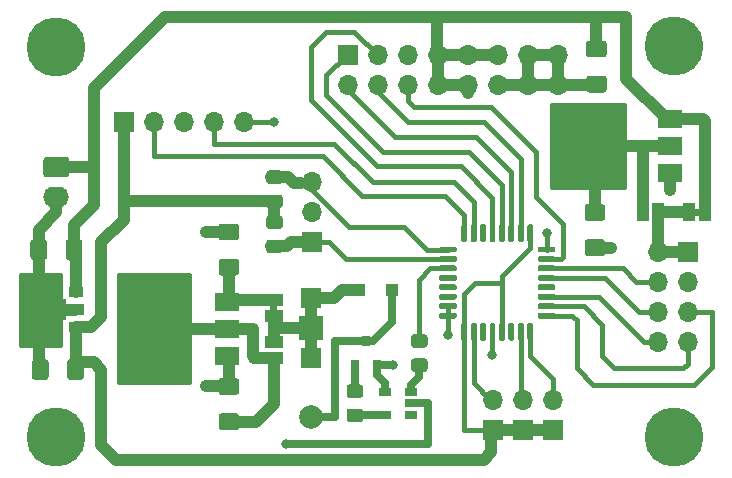
<source format=gbr>
G04 #@! TF.GenerationSoftware,KiCad,Pcbnew,5.1.6-c6e7f7d~86~ubuntu18.04.1*
G04 #@! TF.CreationDate,2020-06-27T17:17:55+01:00*
G04 #@! TF.ProjectId,Controller,436f6e74-726f-46c6-9c65-722e6b696361,rev?*
G04 #@! TF.SameCoordinates,Original*
G04 #@! TF.FileFunction,Copper,L1,Top*
G04 #@! TF.FilePolarity,Positive*
%FSLAX46Y46*%
G04 Gerber Fmt 4.6, Leading zero omitted, Abs format (unit mm)*
G04 Created by KiCad (PCBNEW 5.1.6-c6e7f7d~86~ubuntu18.04.1) date 2020-06-27 17:17:55*
%MOMM*%
%LPD*%
G01*
G04 APERTURE LIST*
G04 #@! TA.AperFunction,EtchedComponent*
%ADD10C,0.100000*%
G04 #@! TD*
G04 #@! TA.AperFunction,ComponentPad*
%ADD11R,1.700000X1.700000*%
G04 #@! TD*
G04 #@! TA.AperFunction,SMDPad,CuDef*
%ADD12C,0.100000*%
G04 #@! TD*
G04 #@! TA.AperFunction,SMDPad,CuDef*
%ADD13R,1.300000X0.900000*%
G04 #@! TD*
G04 #@! TA.AperFunction,SMDPad,CuDef*
%ADD14R,2.000000X1.500000*%
G04 #@! TD*
G04 #@! TA.AperFunction,SMDPad,CuDef*
%ADD15R,2.000000X3.800000*%
G04 #@! TD*
G04 #@! TA.AperFunction,SMDPad,CuDef*
%ADD16R,1.500000X1.000000*%
G04 #@! TD*
G04 #@! TA.AperFunction,SMDPad,CuDef*
%ADD17R,1.000000X1.500000*%
G04 #@! TD*
G04 #@! TA.AperFunction,ComponentPad*
%ADD18O,2.190000X1.740000*%
G04 #@! TD*
G04 #@! TA.AperFunction,ComponentPad*
%ADD19C,2.000000*%
G04 #@! TD*
G04 #@! TA.AperFunction,ComponentPad*
%ADD20R,2.000000X2.000000*%
G04 #@! TD*
G04 #@! TA.AperFunction,SMDPad,CuDef*
%ADD21R,1.060000X0.650000*%
G04 #@! TD*
G04 #@! TA.AperFunction,ComponentPad*
%ADD22O,1.700000X1.700000*%
G04 #@! TD*
G04 #@! TA.AperFunction,SMDPad,CuDef*
%ADD23R,0.800000X0.900000*%
G04 #@! TD*
G04 #@! TA.AperFunction,SMDPad,CuDef*
%ADD24R,1.100000X1.100000*%
G04 #@! TD*
G04 #@! TA.AperFunction,WasherPad*
%ADD25C,5.000000*%
G04 #@! TD*
G04 #@! TA.AperFunction,ViaPad*
%ADD26C,0.800000*%
G04 #@! TD*
G04 #@! TA.AperFunction,Conductor*
%ADD27C,1.000000*%
G04 #@! TD*
G04 #@! TA.AperFunction,Conductor*
%ADD28C,0.450000*%
G04 #@! TD*
G04 #@! TA.AperFunction,Conductor*
%ADD29C,0.650000*%
G04 #@! TD*
G04 #@! TA.AperFunction,Conductor*
%ADD30C,0.254000*%
G04 #@! TD*
G04 APERTURE END LIST*
D10*
G36*
X124125000Y-114558000D02*
G01*
X124125000Y-115058000D01*
X123525000Y-115058000D01*
X123525000Y-114558000D01*
X124125000Y-114558000D01*
G37*
G36*
X159904000Y-106980000D02*
G01*
X159404000Y-106980000D01*
X159404000Y-106380000D01*
X159904000Y-106380000D01*
X159904000Y-106980000D01*
G37*
D11*
X127000000Y-113919000D03*
X127000000Y-118999000D03*
G04 #@! TA.AperFunction,SMDPad,CuDef*
G36*
G01*
X124325801Y-104299600D02*
X123425799Y-104299600D01*
G75*
G02*
X123175800Y-104049601I0J249999D01*
G01*
X123175800Y-103399599D01*
G75*
G02*
X123425799Y-103149600I249999J0D01*
G01*
X124325801Y-103149600D01*
G75*
G02*
X124575800Y-103399599I0J-249999D01*
G01*
X124575800Y-104049601D01*
G75*
G02*
X124325801Y-104299600I-249999J0D01*
G01*
G37*
G04 #@! TD.AperFunction*
G04 #@! TA.AperFunction,SMDPad,CuDef*
G36*
G01*
X124325801Y-106349600D02*
X123425799Y-106349600D01*
G75*
G02*
X123175800Y-106099601I0J249999D01*
G01*
X123175800Y-105449599D01*
G75*
G02*
X123425799Y-105199600I249999J0D01*
G01*
X124325801Y-105199600D01*
G75*
G02*
X124575800Y-105449599I0J-249999D01*
G01*
X124575800Y-106099601D01*
G75*
G02*
X124325801Y-106349600I-249999J0D01*
G01*
G37*
G04 #@! TD.AperFunction*
G04 #@! TA.AperFunction,SMDPad,CuDef*
G36*
G01*
X123425799Y-109009600D02*
X124325801Y-109009600D01*
G75*
G02*
X124575800Y-109259599I0J-249999D01*
G01*
X124575800Y-109909601D01*
G75*
G02*
X124325801Y-110159600I-249999J0D01*
G01*
X123425799Y-110159600D01*
G75*
G02*
X123175800Y-109909601I0J249999D01*
G01*
X123175800Y-109259599D01*
G75*
G02*
X123425799Y-109009600I249999J0D01*
G01*
G37*
G04 #@! TD.AperFunction*
G04 #@! TA.AperFunction,SMDPad,CuDef*
G36*
G01*
X123425799Y-106959600D02*
X124325801Y-106959600D01*
G75*
G02*
X124575800Y-107209599I0J-249999D01*
G01*
X124575800Y-107859601D01*
G75*
G02*
X124325801Y-108109600I-249999J0D01*
G01*
X123425799Y-108109600D01*
G75*
G02*
X123175800Y-107859601I0J249999D01*
G01*
X123175800Y-107209599D01*
G75*
G02*
X123425799Y-106959600I249999J0D01*
G01*
G37*
G04 #@! TD.AperFunction*
G04 #@! TA.AperFunction,SMDPad,CuDef*
D12*
G36*
X103110000Y-114068500D02*
G01*
X106235000Y-114068500D01*
X106235000Y-114485000D01*
X107710000Y-114485000D01*
X107710000Y-115385000D01*
X106235000Y-115385000D01*
X106235000Y-115801500D01*
X103110000Y-115801500D01*
X103110000Y-114068500D01*
G37*
G04 #@! TD.AperFunction*
D13*
X107060000Y-113435000D03*
X107060000Y-116435000D03*
D14*
X119863000Y-118886000D03*
X119863000Y-114286000D03*
X119863000Y-116586000D03*
D15*
X113563000Y-116586000D03*
D14*
X157328000Y-103392000D03*
X157328000Y-98792000D03*
X157328000Y-101092000D03*
D15*
X151028000Y-101092000D03*
D16*
X123825000Y-119014000D03*
X123825000Y-117714000D03*
X123825000Y-115458000D03*
X123825000Y-114158000D03*
D17*
X155052000Y-106680000D03*
X156352000Y-106680000D03*
X159004000Y-106680000D03*
X160304000Y-106680000D03*
D18*
X105410000Y-105410000D03*
G04 #@! TA.AperFunction,ComponentPad*
G36*
G01*
X104564999Y-102000000D02*
X106255001Y-102000000D01*
G75*
G02*
X106505000Y-102249999I0J-249999D01*
G01*
X106505000Y-103490001D01*
G75*
G02*
X106255001Y-103740000I-249999J0D01*
G01*
X104564999Y-103740000D01*
G75*
G02*
X104315000Y-103490001I0J249999D01*
G01*
X104315000Y-102249999D01*
G75*
G02*
X104564999Y-102000000I249999J0D01*
G01*
G37*
G04 #@! TD.AperFunction*
G04 #@! TA.AperFunction,SMDPad,CuDef*
G36*
G01*
X104762000Y-119390000D02*
X104762000Y-120640000D01*
G75*
G02*
X104512000Y-120890000I-250000J0D01*
G01*
X103587000Y-120890000D01*
G75*
G02*
X103337000Y-120640000I0J250000D01*
G01*
X103337000Y-119390000D01*
G75*
G02*
X103587000Y-119140000I250000J0D01*
G01*
X104512000Y-119140000D01*
G75*
G02*
X104762000Y-119390000I0J-250000D01*
G01*
G37*
G04 #@! TD.AperFunction*
G04 #@! TA.AperFunction,SMDPad,CuDef*
G36*
G01*
X107737000Y-119390000D02*
X107737000Y-120640000D01*
G75*
G02*
X107487000Y-120890000I-250000J0D01*
G01*
X106562000Y-120890000D01*
G75*
G02*
X106312000Y-120640000I0J250000D01*
G01*
X106312000Y-119390000D01*
G75*
G02*
X106562000Y-119140000I250000J0D01*
G01*
X107487000Y-119140000D01*
G75*
G02*
X107737000Y-119390000I0J-250000D01*
G01*
G37*
G04 #@! TD.AperFunction*
G04 #@! TA.AperFunction,SMDPad,CuDef*
G36*
G01*
X120640000Y-122161000D02*
X119390000Y-122161000D01*
G75*
G02*
X119140000Y-121911000I0J250000D01*
G01*
X119140000Y-120986000D01*
G75*
G02*
X119390000Y-120736000I250000J0D01*
G01*
X120640000Y-120736000D01*
G75*
G02*
X120890000Y-120986000I0J-250000D01*
G01*
X120890000Y-121911000D01*
G75*
G02*
X120640000Y-122161000I-250000J0D01*
G01*
G37*
G04 #@! TD.AperFunction*
G04 #@! TA.AperFunction,SMDPad,CuDef*
G36*
G01*
X120640000Y-125136000D02*
X119390000Y-125136000D01*
G75*
G02*
X119140000Y-124886000I0J250000D01*
G01*
X119140000Y-123961000D01*
G75*
G02*
X119390000Y-123711000I250000J0D01*
G01*
X120640000Y-123711000D01*
G75*
G02*
X120890000Y-123961000I0J-250000D01*
G01*
X120890000Y-124886000D01*
G75*
G02*
X120640000Y-125136000I-250000J0D01*
G01*
G37*
G04 #@! TD.AperFunction*
G04 #@! TA.AperFunction,SMDPad,CuDef*
G36*
G01*
X150378000Y-108979000D02*
X151628000Y-108979000D01*
G75*
G02*
X151878000Y-109229000I0J-250000D01*
G01*
X151878000Y-110154000D01*
G75*
G02*
X151628000Y-110404000I-250000J0D01*
G01*
X150378000Y-110404000D01*
G75*
G02*
X150128000Y-110154000I0J250000D01*
G01*
X150128000Y-109229000D01*
G75*
G02*
X150378000Y-108979000I250000J0D01*
G01*
G37*
G04 #@! TD.AperFunction*
G04 #@! TA.AperFunction,SMDPad,CuDef*
G36*
G01*
X150378000Y-106004000D02*
X151628000Y-106004000D01*
G75*
G02*
X151878000Y-106254000I0J-250000D01*
G01*
X151878000Y-107179000D01*
G75*
G02*
X151628000Y-107429000I-250000J0D01*
G01*
X150378000Y-107429000D01*
G75*
G02*
X150128000Y-107179000I0J250000D01*
G01*
X150128000Y-106254000D01*
G75*
G02*
X150378000Y-106004000I250000J0D01*
G01*
G37*
G04 #@! TD.AperFunction*
G04 #@! TA.AperFunction,SMDPad,CuDef*
G36*
G01*
X104635000Y-109230000D02*
X104635000Y-110480000D01*
G75*
G02*
X104385000Y-110730000I-250000J0D01*
G01*
X103460000Y-110730000D01*
G75*
G02*
X103210000Y-110480000I0J250000D01*
G01*
X103210000Y-109230000D01*
G75*
G02*
X103460000Y-108980000I250000J0D01*
G01*
X104385000Y-108980000D01*
G75*
G02*
X104635000Y-109230000I0J-250000D01*
G01*
G37*
G04 #@! TD.AperFunction*
G04 #@! TA.AperFunction,SMDPad,CuDef*
G36*
G01*
X107610000Y-109230000D02*
X107610000Y-110480000D01*
G75*
G02*
X107360000Y-110730000I-250000J0D01*
G01*
X106435000Y-110730000D01*
G75*
G02*
X106185000Y-110480000I0J250000D01*
G01*
X106185000Y-109230000D01*
G75*
G02*
X106435000Y-108980000I250000J0D01*
G01*
X107360000Y-108980000D01*
G75*
G02*
X107610000Y-109230000I0J-250000D01*
G01*
G37*
G04 #@! TD.AperFunction*
G04 #@! TA.AperFunction,SMDPad,CuDef*
G36*
G01*
X120640000Y-109080000D02*
X119390000Y-109080000D01*
G75*
G02*
X119140000Y-108830000I0J250000D01*
G01*
X119140000Y-107905000D01*
G75*
G02*
X119390000Y-107655000I250000J0D01*
G01*
X120640000Y-107655000D01*
G75*
G02*
X120890000Y-107905000I0J-250000D01*
G01*
X120890000Y-108830000D01*
G75*
G02*
X120640000Y-109080000I-250000J0D01*
G01*
G37*
G04 #@! TD.AperFunction*
G04 #@! TA.AperFunction,SMDPad,CuDef*
G36*
G01*
X120640000Y-112055000D02*
X119390000Y-112055000D01*
G75*
G02*
X119140000Y-111805000I0J250000D01*
G01*
X119140000Y-110880000D01*
G75*
G02*
X119390000Y-110630000I250000J0D01*
G01*
X120640000Y-110630000D01*
G75*
G02*
X120890000Y-110880000I0J-250000D01*
G01*
X120890000Y-111805000D01*
G75*
G02*
X120640000Y-112055000I-250000J0D01*
G01*
G37*
G04 #@! TD.AperFunction*
G04 #@! TA.AperFunction,SMDPad,CuDef*
G36*
G01*
X150505000Y-95136000D02*
X151755000Y-95136000D01*
G75*
G02*
X152005000Y-95386000I0J-250000D01*
G01*
X152005000Y-96311000D01*
G75*
G02*
X151755000Y-96561000I-250000J0D01*
G01*
X150505000Y-96561000D01*
G75*
G02*
X150255000Y-96311000I0J250000D01*
G01*
X150255000Y-95386000D01*
G75*
G02*
X150505000Y-95136000I250000J0D01*
G01*
G37*
G04 #@! TD.AperFunction*
G04 #@! TA.AperFunction,SMDPad,CuDef*
G36*
G01*
X150505000Y-92161000D02*
X151755000Y-92161000D01*
G75*
G02*
X152005000Y-92411000I0J-250000D01*
G01*
X152005000Y-93336000D01*
G75*
G02*
X151755000Y-93586000I-250000J0D01*
G01*
X150505000Y-93586000D01*
G75*
G02*
X150255000Y-93336000I0J250000D01*
G01*
X150255000Y-92411000D01*
G75*
G02*
X150505000Y-92161000I250000J0D01*
G01*
G37*
G04 #@! TD.AperFunction*
G04 #@! TA.AperFunction,SMDPad,CuDef*
G36*
G01*
X130232999Y-123322500D02*
X131133001Y-123322500D01*
G75*
G02*
X131383000Y-123572499I0J-249999D01*
G01*
X131383000Y-124222501D01*
G75*
G02*
X131133001Y-124472500I-249999J0D01*
G01*
X130232999Y-124472500D01*
G75*
G02*
X129983000Y-124222501I0J249999D01*
G01*
X129983000Y-123572499D01*
G75*
G02*
X130232999Y-123322500I249999J0D01*
G01*
G37*
G04 #@! TD.AperFunction*
G04 #@! TA.AperFunction,SMDPad,CuDef*
G36*
G01*
X130232999Y-121272500D02*
X131133001Y-121272500D01*
G75*
G02*
X131383000Y-121522499I0J-249999D01*
G01*
X131383000Y-122172501D01*
G75*
G02*
X131133001Y-122422500I-249999J0D01*
G01*
X130232999Y-122422500D01*
G75*
G02*
X129983000Y-122172501I0J249999D01*
G01*
X129983000Y-121522499D01*
G75*
G02*
X130232999Y-121272500I249999J0D01*
G01*
G37*
G04 #@! TD.AperFunction*
G04 #@! TA.AperFunction,SMDPad,CuDef*
G36*
G01*
X136594001Y-118168000D02*
X135693999Y-118168000D01*
G75*
G02*
X135444000Y-117918001I0J249999D01*
G01*
X135444000Y-117267999D01*
G75*
G02*
X135693999Y-117018000I249999J0D01*
G01*
X136594001Y-117018000D01*
G75*
G02*
X136844000Y-117267999I0J-249999D01*
G01*
X136844000Y-117918001D01*
G75*
G02*
X136594001Y-118168000I-249999J0D01*
G01*
G37*
G04 #@! TD.AperFunction*
G04 #@! TA.AperFunction,SMDPad,CuDef*
G36*
G01*
X136594001Y-120218000D02*
X135693999Y-120218000D01*
G75*
G02*
X135444000Y-119968001I0J249999D01*
G01*
X135444000Y-119317999D01*
G75*
G02*
X135693999Y-119068000I249999J0D01*
G01*
X136594001Y-119068000D01*
G75*
G02*
X136844000Y-119317999I0J-249999D01*
G01*
X136844000Y-119968001D01*
G75*
G02*
X136594001Y-120218000I-249999J0D01*
G01*
G37*
G04 #@! TD.AperFunction*
D19*
X127000000Y-124059000D03*
D20*
X127000000Y-116459000D03*
D21*
X133266000Y-123822500D03*
X133266000Y-121922500D03*
X135466000Y-121922500D03*
X135466000Y-122872500D03*
X135466000Y-123822500D03*
D22*
X144907000Y-122555000D03*
D11*
X144907000Y-125095000D03*
D23*
X131635500Y-117618000D03*
X132585500Y-119618000D03*
X130685500Y-119618000D03*
D24*
X133861000Y-113284000D03*
X131061000Y-113284000D03*
D22*
X147447000Y-122555000D03*
D11*
X147447000Y-125095000D03*
D22*
X142367000Y-122555000D03*
D11*
X142367000Y-125095000D03*
D22*
X156337000Y-117665500D03*
X158877000Y-117665500D03*
X156337000Y-115125500D03*
X158877000Y-115125500D03*
X156337000Y-112585500D03*
X158877000Y-112585500D03*
X156337000Y-110045500D03*
D11*
X158877000Y-110045500D03*
D25*
X157670500Y-92646500D03*
X105410000Y-125730000D03*
X157683200Y-125730000D03*
X105410000Y-92710000D03*
D22*
X127025400Y-104114600D03*
X127025400Y-106654600D03*
D11*
X127025400Y-109194600D03*
D22*
X121285000Y-99060000D03*
X118745000Y-99060000D03*
X116205000Y-99060000D03*
X113665000Y-99060000D03*
D11*
X111125000Y-99060000D03*
G04 #@! TA.AperFunction,SMDPad,CuDef*
G36*
G01*
X139185300Y-115699000D02*
X137935300Y-115699000D01*
G75*
G02*
X137810300Y-115574000I0J125000D01*
G01*
X137810300Y-115324000D01*
G75*
G02*
X137935300Y-115199000I125000J0D01*
G01*
X139185300Y-115199000D01*
G75*
G02*
X139310300Y-115324000I0J-125000D01*
G01*
X139310300Y-115574000D01*
G75*
G02*
X139185300Y-115699000I-125000J0D01*
G01*
G37*
G04 #@! TD.AperFunction*
G04 #@! TA.AperFunction,SMDPad,CuDef*
G36*
G01*
X139185300Y-114899000D02*
X137935300Y-114899000D01*
G75*
G02*
X137810300Y-114774000I0J125000D01*
G01*
X137810300Y-114524000D01*
G75*
G02*
X137935300Y-114399000I125000J0D01*
G01*
X139185300Y-114399000D01*
G75*
G02*
X139310300Y-114524000I0J-125000D01*
G01*
X139310300Y-114774000D01*
G75*
G02*
X139185300Y-114899000I-125000J0D01*
G01*
G37*
G04 #@! TD.AperFunction*
G04 #@! TA.AperFunction,SMDPad,CuDef*
G36*
G01*
X139185300Y-114099000D02*
X137935300Y-114099000D01*
G75*
G02*
X137810300Y-113974000I0J125000D01*
G01*
X137810300Y-113724000D01*
G75*
G02*
X137935300Y-113599000I125000J0D01*
G01*
X139185300Y-113599000D01*
G75*
G02*
X139310300Y-113724000I0J-125000D01*
G01*
X139310300Y-113974000D01*
G75*
G02*
X139185300Y-114099000I-125000J0D01*
G01*
G37*
G04 #@! TD.AperFunction*
G04 #@! TA.AperFunction,SMDPad,CuDef*
G36*
G01*
X139185300Y-113299000D02*
X137935300Y-113299000D01*
G75*
G02*
X137810300Y-113174000I0J125000D01*
G01*
X137810300Y-112924000D01*
G75*
G02*
X137935300Y-112799000I125000J0D01*
G01*
X139185300Y-112799000D01*
G75*
G02*
X139310300Y-112924000I0J-125000D01*
G01*
X139310300Y-113174000D01*
G75*
G02*
X139185300Y-113299000I-125000J0D01*
G01*
G37*
G04 #@! TD.AperFunction*
G04 #@! TA.AperFunction,SMDPad,CuDef*
G36*
G01*
X139185300Y-112499000D02*
X137935300Y-112499000D01*
G75*
G02*
X137810300Y-112374000I0J125000D01*
G01*
X137810300Y-112124000D01*
G75*
G02*
X137935300Y-111999000I125000J0D01*
G01*
X139185300Y-111999000D01*
G75*
G02*
X139310300Y-112124000I0J-125000D01*
G01*
X139310300Y-112374000D01*
G75*
G02*
X139185300Y-112499000I-125000J0D01*
G01*
G37*
G04 #@! TD.AperFunction*
G04 #@! TA.AperFunction,SMDPad,CuDef*
G36*
G01*
X139185300Y-111699000D02*
X137935300Y-111699000D01*
G75*
G02*
X137810300Y-111574000I0J125000D01*
G01*
X137810300Y-111324000D01*
G75*
G02*
X137935300Y-111199000I125000J0D01*
G01*
X139185300Y-111199000D01*
G75*
G02*
X139310300Y-111324000I0J-125000D01*
G01*
X139310300Y-111574000D01*
G75*
G02*
X139185300Y-111699000I-125000J0D01*
G01*
G37*
G04 #@! TD.AperFunction*
G04 #@! TA.AperFunction,SMDPad,CuDef*
G36*
G01*
X139185300Y-110899000D02*
X137935300Y-110899000D01*
G75*
G02*
X137810300Y-110774000I0J125000D01*
G01*
X137810300Y-110524000D01*
G75*
G02*
X137935300Y-110399000I125000J0D01*
G01*
X139185300Y-110399000D01*
G75*
G02*
X139310300Y-110524000I0J-125000D01*
G01*
X139310300Y-110774000D01*
G75*
G02*
X139185300Y-110899000I-125000J0D01*
G01*
G37*
G04 #@! TD.AperFunction*
G04 #@! TA.AperFunction,SMDPad,CuDef*
G36*
G01*
X139185300Y-110099000D02*
X137935300Y-110099000D01*
G75*
G02*
X137810300Y-109974000I0J125000D01*
G01*
X137810300Y-109724000D01*
G75*
G02*
X137935300Y-109599000I125000J0D01*
G01*
X139185300Y-109599000D01*
G75*
G02*
X139310300Y-109724000I0J-125000D01*
G01*
X139310300Y-109974000D01*
G75*
G02*
X139185300Y-110099000I-125000J0D01*
G01*
G37*
G04 #@! TD.AperFunction*
G04 #@! TA.AperFunction,SMDPad,CuDef*
G36*
G01*
X140060300Y-109224000D02*
X139810300Y-109224000D01*
G75*
G02*
X139685300Y-109099000I0J125000D01*
G01*
X139685300Y-107849000D01*
G75*
G02*
X139810300Y-107724000I125000J0D01*
G01*
X140060300Y-107724000D01*
G75*
G02*
X140185300Y-107849000I0J-125000D01*
G01*
X140185300Y-109099000D01*
G75*
G02*
X140060300Y-109224000I-125000J0D01*
G01*
G37*
G04 #@! TD.AperFunction*
G04 #@! TA.AperFunction,SMDPad,CuDef*
G36*
G01*
X140860300Y-109224000D02*
X140610300Y-109224000D01*
G75*
G02*
X140485300Y-109099000I0J125000D01*
G01*
X140485300Y-107849000D01*
G75*
G02*
X140610300Y-107724000I125000J0D01*
G01*
X140860300Y-107724000D01*
G75*
G02*
X140985300Y-107849000I0J-125000D01*
G01*
X140985300Y-109099000D01*
G75*
G02*
X140860300Y-109224000I-125000J0D01*
G01*
G37*
G04 #@! TD.AperFunction*
G04 #@! TA.AperFunction,SMDPad,CuDef*
G36*
G01*
X141660300Y-109224000D02*
X141410300Y-109224000D01*
G75*
G02*
X141285300Y-109099000I0J125000D01*
G01*
X141285300Y-107849000D01*
G75*
G02*
X141410300Y-107724000I125000J0D01*
G01*
X141660300Y-107724000D01*
G75*
G02*
X141785300Y-107849000I0J-125000D01*
G01*
X141785300Y-109099000D01*
G75*
G02*
X141660300Y-109224000I-125000J0D01*
G01*
G37*
G04 #@! TD.AperFunction*
G04 #@! TA.AperFunction,SMDPad,CuDef*
G36*
G01*
X142460300Y-109224000D02*
X142210300Y-109224000D01*
G75*
G02*
X142085300Y-109099000I0J125000D01*
G01*
X142085300Y-107849000D01*
G75*
G02*
X142210300Y-107724000I125000J0D01*
G01*
X142460300Y-107724000D01*
G75*
G02*
X142585300Y-107849000I0J-125000D01*
G01*
X142585300Y-109099000D01*
G75*
G02*
X142460300Y-109224000I-125000J0D01*
G01*
G37*
G04 #@! TD.AperFunction*
G04 #@! TA.AperFunction,SMDPad,CuDef*
G36*
G01*
X143260300Y-109224000D02*
X143010300Y-109224000D01*
G75*
G02*
X142885300Y-109099000I0J125000D01*
G01*
X142885300Y-107849000D01*
G75*
G02*
X143010300Y-107724000I125000J0D01*
G01*
X143260300Y-107724000D01*
G75*
G02*
X143385300Y-107849000I0J-125000D01*
G01*
X143385300Y-109099000D01*
G75*
G02*
X143260300Y-109224000I-125000J0D01*
G01*
G37*
G04 #@! TD.AperFunction*
G04 #@! TA.AperFunction,SMDPad,CuDef*
G36*
G01*
X144060300Y-109224000D02*
X143810300Y-109224000D01*
G75*
G02*
X143685300Y-109099000I0J125000D01*
G01*
X143685300Y-107849000D01*
G75*
G02*
X143810300Y-107724000I125000J0D01*
G01*
X144060300Y-107724000D01*
G75*
G02*
X144185300Y-107849000I0J-125000D01*
G01*
X144185300Y-109099000D01*
G75*
G02*
X144060300Y-109224000I-125000J0D01*
G01*
G37*
G04 #@! TD.AperFunction*
G04 #@! TA.AperFunction,SMDPad,CuDef*
G36*
G01*
X144860300Y-109224000D02*
X144610300Y-109224000D01*
G75*
G02*
X144485300Y-109099000I0J125000D01*
G01*
X144485300Y-107849000D01*
G75*
G02*
X144610300Y-107724000I125000J0D01*
G01*
X144860300Y-107724000D01*
G75*
G02*
X144985300Y-107849000I0J-125000D01*
G01*
X144985300Y-109099000D01*
G75*
G02*
X144860300Y-109224000I-125000J0D01*
G01*
G37*
G04 #@! TD.AperFunction*
G04 #@! TA.AperFunction,SMDPad,CuDef*
G36*
G01*
X145660300Y-109224000D02*
X145410300Y-109224000D01*
G75*
G02*
X145285300Y-109099000I0J125000D01*
G01*
X145285300Y-107849000D01*
G75*
G02*
X145410300Y-107724000I125000J0D01*
G01*
X145660300Y-107724000D01*
G75*
G02*
X145785300Y-107849000I0J-125000D01*
G01*
X145785300Y-109099000D01*
G75*
G02*
X145660300Y-109224000I-125000J0D01*
G01*
G37*
G04 #@! TD.AperFunction*
G04 #@! TA.AperFunction,SMDPad,CuDef*
G36*
G01*
X147535300Y-110099000D02*
X146285300Y-110099000D01*
G75*
G02*
X146160300Y-109974000I0J125000D01*
G01*
X146160300Y-109724000D01*
G75*
G02*
X146285300Y-109599000I125000J0D01*
G01*
X147535300Y-109599000D01*
G75*
G02*
X147660300Y-109724000I0J-125000D01*
G01*
X147660300Y-109974000D01*
G75*
G02*
X147535300Y-110099000I-125000J0D01*
G01*
G37*
G04 #@! TD.AperFunction*
G04 #@! TA.AperFunction,SMDPad,CuDef*
G36*
G01*
X147535300Y-110899000D02*
X146285300Y-110899000D01*
G75*
G02*
X146160300Y-110774000I0J125000D01*
G01*
X146160300Y-110524000D01*
G75*
G02*
X146285300Y-110399000I125000J0D01*
G01*
X147535300Y-110399000D01*
G75*
G02*
X147660300Y-110524000I0J-125000D01*
G01*
X147660300Y-110774000D01*
G75*
G02*
X147535300Y-110899000I-125000J0D01*
G01*
G37*
G04 #@! TD.AperFunction*
G04 #@! TA.AperFunction,SMDPad,CuDef*
G36*
G01*
X147535300Y-111699000D02*
X146285300Y-111699000D01*
G75*
G02*
X146160300Y-111574000I0J125000D01*
G01*
X146160300Y-111324000D01*
G75*
G02*
X146285300Y-111199000I125000J0D01*
G01*
X147535300Y-111199000D01*
G75*
G02*
X147660300Y-111324000I0J-125000D01*
G01*
X147660300Y-111574000D01*
G75*
G02*
X147535300Y-111699000I-125000J0D01*
G01*
G37*
G04 #@! TD.AperFunction*
G04 #@! TA.AperFunction,SMDPad,CuDef*
G36*
G01*
X147535300Y-112499000D02*
X146285300Y-112499000D01*
G75*
G02*
X146160300Y-112374000I0J125000D01*
G01*
X146160300Y-112124000D01*
G75*
G02*
X146285300Y-111999000I125000J0D01*
G01*
X147535300Y-111999000D01*
G75*
G02*
X147660300Y-112124000I0J-125000D01*
G01*
X147660300Y-112374000D01*
G75*
G02*
X147535300Y-112499000I-125000J0D01*
G01*
G37*
G04 #@! TD.AperFunction*
G04 #@! TA.AperFunction,SMDPad,CuDef*
G36*
G01*
X147535300Y-113299000D02*
X146285300Y-113299000D01*
G75*
G02*
X146160300Y-113174000I0J125000D01*
G01*
X146160300Y-112924000D01*
G75*
G02*
X146285300Y-112799000I125000J0D01*
G01*
X147535300Y-112799000D01*
G75*
G02*
X147660300Y-112924000I0J-125000D01*
G01*
X147660300Y-113174000D01*
G75*
G02*
X147535300Y-113299000I-125000J0D01*
G01*
G37*
G04 #@! TD.AperFunction*
G04 #@! TA.AperFunction,SMDPad,CuDef*
G36*
G01*
X147535300Y-114099000D02*
X146285300Y-114099000D01*
G75*
G02*
X146160300Y-113974000I0J125000D01*
G01*
X146160300Y-113724000D01*
G75*
G02*
X146285300Y-113599000I125000J0D01*
G01*
X147535300Y-113599000D01*
G75*
G02*
X147660300Y-113724000I0J-125000D01*
G01*
X147660300Y-113974000D01*
G75*
G02*
X147535300Y-114099000I-125000J0D01*
G01*
G37*
G04 #@! TD.AperFunction*
G04 #@! TA.AperFunction,SMDPad,CuDef*
G36*
G01*
X147535300Y-114899000D02*
X146285300Y-114899000D01*
G75*
G02*
X146160300Y-114774000I0J125000D01*
G01*
X146160300Y-114524000D01*
G75*
G02*
X146285300Y-114399000I125000J0D01*
G01*
X147535300Y-114399000D01*
G75*
G02*
X147660300Y-114524000I0J-125000D01*
G01*
X147660300Y-114774000D01*
G75*
G02*
X147535300Y-114899000I-125000J0D01*
G01*
G37*
G04 #@! TD.AperFunction*
G04 #@! TA.AperFunction,SMDPad,CuDef*
G36*
G01*
X147535300Y-115699000D02*
X146285300Y-115699000D01*
G75*
G02*
X146160300Y-115574000I0J125000D01*
G01*
X146160300Y-115324000D01*
G75*
G02*
X146285300Y-115199000I125000J0D01*
G01*
X147535300Y-115199000D01*
G75*
G02*
X147660300Y-115324000I0J-125000D01*
G01*
X147660300Y-115574000D01*
G75*
G02*
X147535300Y-115699000I-125000J0D01*
G01*
G37*
G04 #@! TD.AperFunction*
G04 #@! TA.AperFunction,SMDPad,CuDef*
G36*
G01*
X145660300Y-117574000D02*
X145410300Y-117574000D01*
G75*
G02*
X145285300Y-117449000I0J125000D01*
G01*
X145285300Y-116199000D01*
G75*
G02*
X145410300Y-116074000I125000J0D01*
G01*
X145660300Y-116074000D01*
G75*
G02*
X145785300Y-116199000I0J-125000D01*
G01*
X145785300Y-117449000D01*
G75*
G02*
X145660300Y-117574000I-125000J0D01*
G01*
G37*
G04 #@! TD.AperFunction*
G04 #@! TA.AperFunction,SMDPad,CuDef*
G36*
G01*
X144860300Y-117574000D02*
X144610300Y-117574000D01*
G75*
G02*
X144485300Y-117449000I0J125000D01*
G01*
X144485300Y-116199000D01*
G75*
G02*
X144610300Y-116074000I125000J0D01*
G01*
X144860300Y-116074000D01*
G75*
G02*
X144985300Y-116199000I0J-125000D01*
G01*
X144985300Y-117449000D01*
G75*
G02*
X144860300Y-117574000I-125000J0D01*
G01*
G37*
G04 #@! TD.AperFunction*
G04 #@! TA.AperFunction,SMDPad,CuDef*
G36*
G01*
X144060300Y-117574000D02*
X143810300Y-117574000D01*
G75*
G02*
X143685300Y-117449000I0J125000D01*
G01*
X143685300Y-116199000D01*
G75*
G02*
X143810300Y-116074000I125000J0D01*
G01*
X144060300Y-116074000D01*
G75*
G02*
X144185300Y-116199000I0J-125000D01*
G01*
X144185300Y-117449000D01*
G75*
G02*
X144060300Y-117574000I-125000J0D01*
G01*
G37*
G04 #@! TD.AperFunction*
G04 #@! TA.AperFunction,SMDPad,CuDef*
G36*
G01*
X143260300Y-117574000D02*
X143010300Y-117574000D01*
G75*
G02*
X142885300Y-117449000I0J125000D01*
G01*
X142885300Y-116199000D01*
G75*
G02*
X143010300Y-116074000I125000J0D01*
G01*
X143260300Y-116074000D01*
G75*
G02*
X143385300Y-116199000I0J-125000D01*
G01*
X143385300Y-117449000D01*
G75*
G02*
X143260300Y-117574000I-125000J0D01*
G01*
G37*
G04 #@! TD.AperFunction*
G04 #@! TA.AperFunction,SMDPad,CuDef*
G36*
G01*
X142460300Y-117574000D02*
X142210300Y-117574000D01*
G75*
G02*
X142085300Y-117449000I0J125000D01*
G01*
X142085300Y-116199000D01*
G75*
G02*
X142210300Y-116074000I125000J0D01*
G01*
X142460300Y-116074000D01*
G75*
G02*
X142585300Y-116199000I0J-125000D01*
G01*
X142585300Y-117449000D01*
G75*
G02*
X142460300Y-117574000I-125000J0D01*
G01*
G37*
G04 #@! TD.AperFunction*
G04 #@! TA.AperFunction,SMDPad,CuDef*
G36*
G01*
X141660300Y-117574000D02*
X141410300Y-117574000D01*
G75*
G02*
X141285300Y-117449000I0J125000D01*
G01*
X141285300Y-116199000D01*
G75*
G02*
X141410300Y-116074000I125000J0D01*
G01*
X141660300Y-116074000D01*
G75*
G02*
X141785300Y-116199000I0J-125000D01*
G01*
X141785300Y-117449000D01*
G75*
G02*
X141660300Y-117574000I-125000J0D01*
G01*
G37*
G04 #@! TD.AperFunction*
G04 #@! TA.AperFunction,SMDPad,CuDef*
G36*
G01*
X140860300Y-117574000D02*
X140610300Y-117574000D01*
G75*
G02*
X140485300Y-117449000I0J125000D01*
G01*
X140485300Y-116199000D01*
G75*
G02*
X140610300Y-116074000I125000J0D01*
G01*
X140860300Y-116074000D01*
G75*
G02*
X140985300Y-116199000I0J-125000D01*
G01*
X140985300Y-117449000D01*
G75*
G02*
X140860300Y-117574000I-125000J0D01*
G01*
G37*
G04 #@! TD.AperFunction*
G04 #@! TA.AperFunction,SMDPad,CuDef*
G36*
G01*
X140060300Y-117574000D02*
X139810300Y-117574000D01*
G75*
G02*
X139685300Y-117449000I0J125000D01*
G01*
X139685300Y-116199000D01*
G75*
G02*
X139810300Y-116074000I125000J0D01*
G01*
X140060300Y-116074000D01*
G75*
G02*
X140185300Y-116199000I0J-125000D01*
G01*
X140185300Y-117449000D01*
G75*
G02*
X140060300Y-117574000I-125000J0D01*
G01*
G37*
G04 #@! TD.AperFunction*
D22*
X147866100Y-95961200D03*
X147866100Y-93421200D03*
X145326100Y-95961200D03*
X145326100Y-93421200D03*
X142786100Y-95961200D03*
X142786100Y-93421200D03*
X140246100Y-95961200D03*
X140246100Y-93421200D03*
X137706100Y-95961200D03*
X137706100Y-93421200D03*
X135166100Y-95961200D03*
X135166100Y-93421200D03*
X132626100Y-95961200D03*
X132626100Y-93421200D03*
X130086100Y-95961200D03*
D11*
X130086100Y-93421200D03*
D26*
X146910300Y-108486700D03*
X138557000Y-117094000D03*
X133905500Y-119618000D03*
X118110000Y-121412000D03*
X118110000Y-108367500D03*
X152363500Y-109691500D03*
X157353000Y-104775000D03*
X142335300Y-118738592D03*
X123825000Y-99060000D03*
X121905000Y-114158000D03*
X124841000Y-126301500D03*
D27*
X142811500Y-95961200D02*
X147891500Y-95961200D01*
X145351500Y-93421200D02*
X145351500Y-95961200D01*
X147891500Y-95961200D02*
X147891500Y-93421200D01*
X147891500Y-93421200D02*
X145351500Y-93421200D01*
D28*
X146910300Y-109849000D02*
X146910300Y-108486700D01*
X138560300Y-117090700D02*
X138560300Y-114649000D01*
D29*
X132588000Y-119620500D02*
X132585500Y-119618000D01*
X132588000Y-120459500D02*
X132588000Y-119620500D01*
X133266000Y-121922500D02*
X133266000Y-121137500D01*
X133266000Y-121137500D02*
X132588000Y-120459500D01*
X132585500Y-119618000D02*
X133905500Y-119618000D01*
D27*
X103922500Y-119253000D02*
X104049500Y-119380000D01*
X104340000Y-114935000D02*
X103922500Y-114517500D01*
X103922500Y-110490000D02*
X103922500Y-114517500D01*
X106972500Y-114935000D02*
X104340000Y-114935000D01*
X103922500Y-114517500D02*
X103922500Y-119253000D01*
X105410000Y-106680000D02*
X105410000Y-105410000D01*
X103922500Y-110490000D02*
X103922500Y-108167500D01*
X103922500Y-108167500D02*
X105410000Y-106680000D01*
X119863000Y-121423500D02*
X119888000Y-121448500D01*
X120015000Y-118886000D02*
X120015000Y-121423500D01*
X119851500Y-121412000D02*
X119888000Y-121448500D01*
X120015000Y-108367500D02*
X118110000Y-108367500D01*
X119978500Y-121412000D02*
X120015000Y-121448500D01*
X118110000Y-121412000D02*
X119978500Y-121412000D01*
X151130000Y-95848500D02*
X151017300Y-95961200D01*
X148894800Y-95961200D02*
X147866100Y-95961200D01*
X151017300Y-95961200D02*
X148894800Y-95961200D01*
X151003000Y-109691500D02*
X152363500Y-109691500D01*
X157328000Y-104750000D02*
X157353000Y-104775000D01*
X157328000Y-103392000D02*
X157328000Y-104750000D01*
D28*
X142335300Y-118738592D02*
X142335300Y-116824000D01*
X123825000Y-99060000D02*
X121285000Y-99060000D01*
X140735300Y-105810300D02*
X139039600Y-104114600D01*
X139039600Y-104114600D02*
X132181600Y-104114600D01*
X140735300Y-108474000D02*
X140735300Y-105810300D01*
X132181600Y-104114600D02*
X128955800Y-100888800D01*
X118745000Y-100838000D02*
X118745000Y-99060000D01*
X128955800Y-100888800D02*
X118795800Y-100888800D01*
X118795800Y-100888800D02*
X118745000Y-100838000D01*
X139935300Y-108143800D02*
X139893800Y-108143800D01*
X113665000Y-101955600D02*
X113665000Y-99060000D01*
X127990600Y-101955600D02*
X113665000Y-101955600D01*
X131318000Y-105283000D02*
X127990600Y-101955600D01*
X138303000Y-105283000D02*
X131318000Y-105283000D01*
X139935300Y-108474000D02*
X139935300Y-106915300D01*
X139935300Y-106915300D02*
X138303000Y-105283000D01*
X143135300Y-112680800D02*
X143135300Y-116493800D01*
X143135300Y-112680800D02*
X140849300Y-112680800D01*
X139935300Y-113594800D02*
X139935300Y-116824000D01*
X140849300Y-112680800D02*
X139935300Y-113594800D01*
D27*
X123850400Y-105809000D02*
X123850400Y-107569000D01*
X107060000Y-119344500D02*
X107024500Y-119380000D01*
X107060000Y-116435000D02*
X107060000Y-119344500D01*
X111125000Y-107315000D02*
X111125000Y-99060000D01*
X109220000Y-109220000D02*
X111125000Y-107315000D01*
X109220000Y-115570000D02*
X109220000Y-109220000D01*
X107060000Y-116435000D02*
X108355000Y-116435000D01*
X108355000Y-116435000D02*
X109220000Y-115570000D01*
D28*
X143135300Y-112090250D02*
X143135300Y-112680800D01*
X145535300Y-108143800D02*
X145535300Y-109690250D01*
X145535300Y-109690250D02*
X143135300Y-112090250D01*
D27*
X142367000Y-125095000D02*
X147447000Y-125095000D01*
D28*
X139935300Y-125095000D02*
X142367000Y-125095000D01*
X139935300Y-116824000D02*
X139935300Y-125095000D01*
D27*
X142240000Y-125222000D02*
X142367000Y-125095000D01*
X108585000Y-119380000D02*
X109220000Y-120015000D01*
X109220000Y-120015000D02*
X109220000Y-126365000D01*
X109220000Y-126365000D02*
X110490000Y-127635000D01*
X107024500Y-119380000D02*
X108585000Y-119380000D01*
X110490000Y-127635000D02*
X141605000Y-127635000D01*
X142240000Y-127000000D02*
X142240000Y-125222000D01*
X141605000Y-127635000D02*
X142240000Y-127000000D01*
X123875800Y-105774600D02*
X123621800Y-105774600D01*
X111125000Y-106680000D02*
X111125000Y-105765600D01*
X123866800Y-105765600D02*
X123875800Y-105774600D01*
X111125000Y-105765600D02*
X123866800Y-105765600D01*
X140271500Y-96570800D02*
X140246100Y-96596200D01*
X137706100Y-93421200D02*
X142811500Y-93421200D01*
X137706100Y-93421200D02*
X137706100Y-95961200D01*
X137706100Y-95961200D02*
X140246100Y-95961200D01*
X123825000Y-114158000D02*
X121905000Y-114158000D01*
X121905000Y-114158000D02*
X119991000Y-114158000D01*
X107060000Y-110652500D02*
X106897500Y-110490000D01*
X107060000Y-113435000D02*
X107060000Y-110652500D01*
X106897500Y-107732500D02*
X108585000Y-106045000D01*
X106897500Y-110490000D02*
X106897500Y-107732500D01*
X108585000Y-106045000D02*
X108585000Y-102235000D01*
X108585000Y-103505000D02*
X108585000Y-102235000D01*
X105410000Y-102870000D02*
X108585000Y-102870000D01*
X119863000Y-111367500D02*
X119888000Y-111342500D01*
X120015000Y-114286000D02*
X120015000Y-111367500D01*
X150368000Y-90170000D02*
X137795000Y-90170000D01*
X108585000Y-102235000D02*
X108585000Y-96202500D01*
X108585000Y-96202500D02*
X114617500Y-90170000D01*
X137668000Y-93383100D02*
X137706100Y-93421200D01*
X137668000Y-90170000D02*
X137668000Y-93383100D01*
X137668000Y-90170000D02*
X150368000Y-90170000D01*
X114617500Y-90170000D02*
X137668000Y-90170000D01*
X151130000Y-92238500D02*
X151130000Y-90170000D01*
X150368000Y-90170000D02*
X151130000Y-90170000D01*
X157328000Y-98792000D02*
X160133000Y-98792000D01*
X160304000Y-98963000D02*
X160304000Y-106680000D01*
X160133000Y-98792000D02*
X160304000Y-98963000D01*
X157085000Y-98792000D02*
X157328000Y-98792000D01*
X151130000Y-90170000D02*
X153670000Y-90170000D01*
X153670000Y-95377000D02*
X157085000Y-98792000D01*
X153670000Y-90170000D02*
X153670000Y-95377000D01*
D29*
X136842500Y-122872500D02*
X135466000Y-122872500D01*
X124841000Y-126301500D02*
X136842500Y-126301500D01*
X136842500Y-126301500D02*
X136842500Y-122872500D01*
D28*
X148336000Y-107696000D02*
X148336000Y-110490000D01*
X148177000Y-110649000D02*
X146910300Y-110649000D01*
X135166100Y-97243900D02*
X135712200Y-97790000D01*
X135712200Y-97790000D02*
X142240000Y-97790000D01*
X148336000Y-110490000D02*
X148177000Y-110649000D01*
X135166100Y-95961200D02*
X135166100Y-97243900D01*
X146050000Y-101600000D02*
X146050000Y-105410000D01*
X142240000Y-97790000D02*
X146050000Y-101600000D01*
X146050000Y-105410000D02*
X148336000Y-107696000D01*
X141605000Y-99060000D02*
X144735300Y-102190300D01*
X132626100Y-95961200D02*
X132626100Y-96532700D01*
X144735300Y-102190300D02*
X144735300Y-108474000D01*
X135153400Y-99060000D02*
X141605000Y-99060000D01*
X132626100Y-96532700D02*
X135153400Y-99060000D01*
X130086100Y-96354900D02*
X130086100Y-95961200D01*
X134061200Y-100330000D02*
X130086100Y-96354900D01*
X140970000Y-100330000D02*
X134061200Y-100330000D01*
X143935300Y-108474000D02*
X143935300Y-103295300D01*
X143935300Y-103295300D02*
X140970000Y-100330000D01*
X128270000Y-95084900D02*
X130009900Y-93345000D01*
X128270000Y-96799400D02*
X128270000Y-95084900D01*
X140335000Y-101600000D02*
X133070600Y-101600000D01*
X143135300Y-108474000D02*
X143135300Y-104400300D01*
X133070600Y-101600000D02*
X128270000Y-96799400D01*
X143135300Y-104400300D02*
X140335000Y-101600000D01*
X130644900Y-91440000D02*
X132626100Y-93421200D01*
X128270000Y-91440000D02*
X130644900Y-91440000D01*
X142335300Y-105505300D02*
X139649200Y-102819200D01*
X127000000Y-97231200D02*
X127000000Y-92710000D01*
X142335300Y-108474000D02*
X142335300Y-105505300D01*
X139649200Y-102819200D02*
X132588000Y-102819200D01*
X132588000Y-102819200D02*
X127000000Y-97231200D01*
X127000000Y-92710000D02*
X128270000Y-91440000D01*
X142113000Y-122555000D02*
X142367000Y-122555000D01*
X140735300Y-116824000D02*
X140735300Y-121177300D01*
X140735300Y-121177300D02*
X142113000Y-122555000D01*
X129895600Y-110642400D02*
X138553700Y-110642400D01*
X138553700Y-110642400D02*
X138560300Y-110649000D01*
X126149100Y-109220000D02*
X128473200Y-109220000D01*
X128473200Y-109220000D02*
X129895600Y-110642400D01*
D27*
X124933600Y-109584600D02*
X123621800Y-109584600D01*
X126117900Y-109220000D02*
X125298200Y-109220000D01*
X125298200Y-109220000D02*
X124933600Y-109584600D01*
D28*
X126949200Y-104241600D02*
X126161800Y-104241600D01*
X130175000Y-107950000D02*
X126365000Y-104140000D01*
X126365000Y-104140000D02*
X126149100Y-104140000D01*
X134874000Y-107950000D02*
X130175000Y-107950000D01*
X138560300Y-109849000D02*
X136773000Y-109849000D01*
X136773000Y-109849000D02*
X134874000Y-107950000D01*
D27*
X125526800Y-104241600D02*
X126161800Y-104241600D01*
X123621800Y-103724600D02*
X125009800Y-103724600D01*
X125009800Y-103724600D02*
X125526800Y-104241600D01*
D28*
X155130500Y-117665500D02*
X156337000Y-117665500D01*
X146910300Y-113849000D02*
X151314000Y-113849000D01*
X151314000Y-113849000D02*
X155130500Y-117665500D01*
X154749500Y-115125500D02*
X156337000Y-115125500D01*
X146910300Y-112249000D02*
X151873000Y-112249000D01*
X151873000Y-112249000D02*
X154749500Y-115125500D01*
X158877000Y-119507000D02*
X158877000Y-117335300D01*
X146910300Y-114649000D02*
X150082000Y-114649000D01*
X151638000Y-116205000D02*
X151638000Y-118872000D01*
X151638000Y-118872000D02*
X152654000Y-119888000D01*
X152654000Y-119888000D02*
X158496000Y-119888000D01*
X150082000Y-114649000D02*
X151638000Y-116205000D01*
X158496000Y-119888000D02*
X158877000Y-119507000D01*
X153359000Y-111449000D02*
X146910300Y-111449000D01*
X156337000Y-112585500D02*
X154495500Y-112585500D01*
X154495500Y-112585500D02*
X153359000Y-111449000D01*
X160909000Y-115125500D02*
X158877000Y-115125500D01*
X160909000Y-119761000D02*
X160909000Y-115125500D01*
X149104000Y-115449000D02*
X149479000Y-115824000D01*
X146910300Y-115449000D02*
X149104000Y-115449000D01*
X149479000Y-115824000D02*
X149479000Y-119888000D01*
X149479000Y-119888000D02*
X150876000Y-121285000D01*
X150876000Y-121285000D02*
X159385000Y-121285000D01*
X159385000Y-121285000D02*
X160909000Y-119761000D01*
D29*
X129001200Y-124059000D02*
X127000000Y-124059000D01*
X129032000Y-124028200D02*
X129001200Y-124059000D01*
X129032000Y-117618000D02*
X129032000Y-124028200D01*
X132191000Y-117618000D02*
X129032000Y-117618000D01*
X133861000Y-113284000D02*
X133861000Y-115948000D01*
X133861000Y-115948000D02*
X132191000Y-117618000D01*
X130683000Y-121911000D02*
X130683000Y-119684000D01*
D28*
X147447000Y-120777000D02*
X147447000Y-122555000D01*
X145535300Y-116824000D02*
X145535300Y-118865300D01*
X145535300Y-118865300D02*
X147447000Y-120777000D01*
X144735300Y-122383300D02*
X144907000Y-122555000D01*
X144735300Y-116824000D02*
X144735300Y-122383300D01*
X136144000Y-112388500D02*
X136144000Y-117593000D01*
X138560300Y-111449000D02*
X137083500Y-111449000D01*
X137083500Y-111449000D02*
X136144000Y-112388500D01*
D29*
X136144000Y-120650000D02*
X136144000Y-119643000D01*
X135466000Y-121922500D02*
X135466000Y-121328000D01*
X135466000Y-121328000D02*
X136144000Y-120650000D01*
X130758000Y-123822500D02*
X130683000Y-123897500D01*
X133266000Y-123822500D02*
X130758000Y-123822500D01*
D27*
X123825000Y-115458000D02*
X123825000Y-117714000D01*
X127000000Y-118999000D02*
X127000000Y-116459000D01*
X127000000Y-113919000D02*
X127000000Y-116459000D01*
X123825000Y-116382800D02*
X123825000Y-115760500D01*
X127000000Y-116459000D02*
X123901200Y-116459000D01*
X123901200Y-116459000D02*
X123825000Y-116382800D01*
X128930400Y-113919000D02*
X127000000Y-113919000D01*
X131061000Y-113284000D02*
X129565400Y-113284000D01*
X129565400Y-113284000D02*
X128930400Y-113919000D01*
X151003000Y-101117000D02*
X151028000Y-101092000D01*
X151003000Y-106716500D02*
X151003000Y-101117000D01*
X155052000Y-101361000D02*
X155321000Y-101092000D01*
X155052000Y-106680000D02*
X155052000Y-101361000D01*
X157328000Y-101092000D02*
X155321000Y-101092000D01*
X155321000Y-101092000D02*
X151028000Y-101092000D01*
X123825000Y-119014000D02*
X122159000Y-119014000D01*
X122047000Y-118902000D02*
X122047000Y-116586000D01*
X122047000Y-116586000D02*
X113563000Y-116586000D01*
X119888000Y-124423500D02*
X122337500Y-124423500D01*
X123825000Y-122936000D02*
X123825000Y-119014000D01*
X122337500Y-124423500D02*
X123825000Y-122936000D01*
X158877000Y-110045500D02*
X156337000Y-110045500D01*
X156352000Y-106680000D02*
X159004000Y-106680000D01*
X156337000Y-106695000D02*
X156352000Y-106680000D01*
X156337000Y-110045500D02*
X156337000Y-106695000D01*
D30*
G36*
X116713000Y-121158000D02*
G01*
X110617000Y-121158000D01*
X110617000Y-111887000D01*
X116713000Y-111887000D01*
X116713000Y-121158000D01*
G37*
X116713000Y-121158000D02*
X110617000Y-121158000D01*
X110617000Y-111887000D01*
X116713000Y-111887000D01*
X116713000Y-121158000D01*
G36*
X105791000Y-112838062D02*
G01*
X105784188Y-112860518D01*
X105771928Y-112985000D01*
X105771928Y-113885000D01*
X105784188Y-114009482D01*
X105791000Y-114031938D01*
X105791000Y-115838062D01*
X105784188Y-115860518D01*
X105771928Y-115985000D01*
X105771928Y-116885000D01*
X105784188Y-117009482D01*
X105791000Y-117031938D01*
X105791000Y-117983000D01*
X102362000Y-117983000D01*
X102362000Y-111887000D01*
X105791000Y-111887000D01*
X105791000Y-112838062D01*
G37*
X105791000Y-112838062D02*
X105784188Y-112860518D01*
X105771928Y-112985000D01*
X105771928Y-113885000D01*
X105784188Y-114009482D01*
X105791000Y-114031938D01*
X105791000Y-115838062D01*
X105784188Y-115860518D01*
X105771928Y-115985000D01*
X105771928Y-116885000D01*
X105784188Y-117009482D01*
X105791000Y-117031938D01*
X105791000Y-117983000D01*
X102362000Y-117983000D01*
X102362000Y-111887000D01*
X105791000Y-111887000D01*
X105791000Y-112838062D01*
G36*
X153543000Y-104648000D02*
G01*
X147320000Y-104648000D01*
X147320000Y-97536000D01*
X153543000Y-97536000D01*
X153543000Y-104648000D01*
G37*
X153543000Y-104648000D02*
X147320000Y-104648000D01*
X147320000Y-97536000D01*
X153543000Y-97536000D01*
X153543000Y-104648000D01*
M02*

</source>
